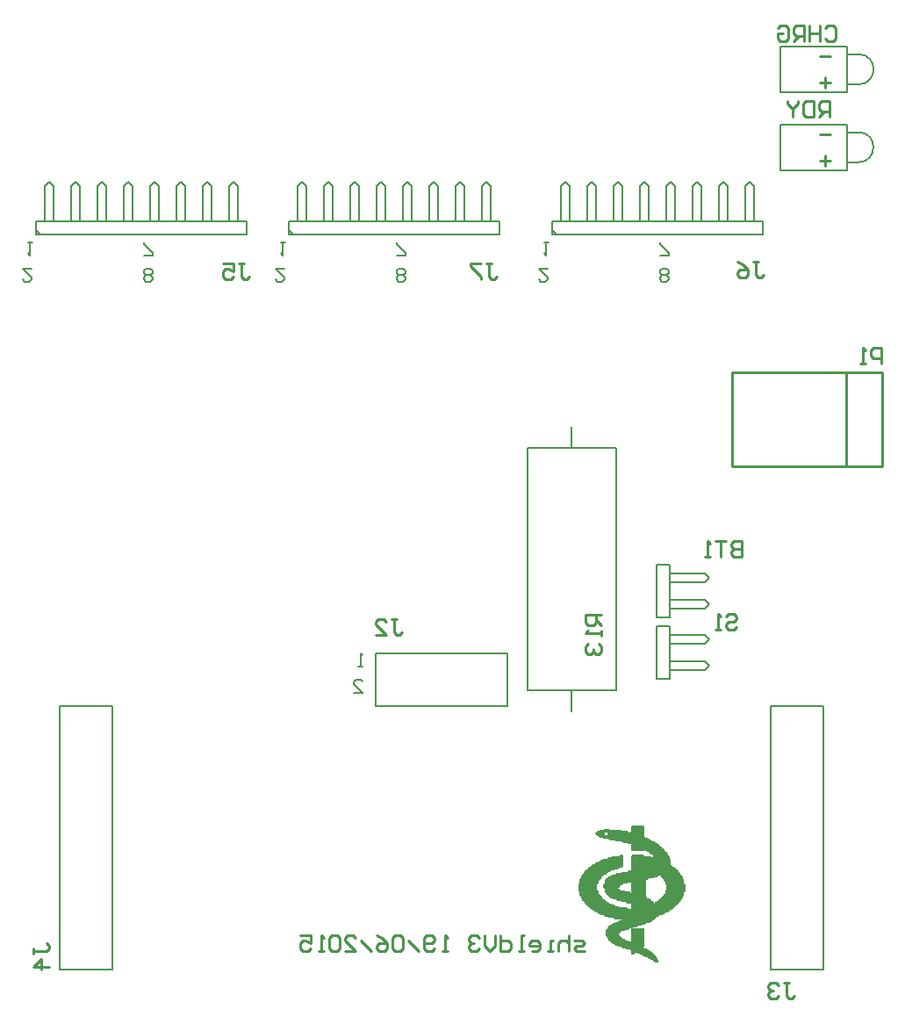
<source format=gbr>
G04 Layer_Color=32896*
%FSLAX45Y45*%
%MOMM*%
%TF.FileFunction,Legend,Bot*%
%TF.Part,Single*%
G01*
G75*
%TA.AperFunction,NonConductor*%
%ADD16C,0.25400*%
%ADD47C,0.20000*%
%ADD68C,0.12700*%
%ADD69C,0.02540*%
%ADD70C,0.20320*%
D16*
X12604999Y11074999D02*
X13705002D01*
X12604999D02*
Y11975003D01*
X13705002D01*
Y11074999D02*
Y11972940D01*
Y11975003D02*
X14054999D01*
X13705002Y11074999D02*
X14054999D01*
Y11975003D01*
X14042560Y12063100D02*
Y12215451D01*
X13966385D01*
X13940993Y12190059D01*
Y12139275D01*
X13966385Y12113884D01*
X14042560D01*
X13890208Y12063100D02*
X13839426D01*
X13864818D01*
Y12215451D01*
X13890208Y12190059D01*
X5867449Y6375433D02*
Y6426217D01*
Y6400825D01*
X5994408D01*
X6019800Y6426217D01*
Y6451608D01*
X5994408Y6477000D01*
X6019800Y6248474D02*
X5867449D01*
X5943625Y6324649D01*
Y6223082D01*
X7843332Y13031850D02*
X7894115D01*
X7868723D01*
Y12904892D01*
X7894115Y12879500D01*
X7919507D01*
X7944899Y12904892D01*
X7690981Y13031850D02*
X7792548D01*
Y12955675D01*
X7741765Y12981067D01*
X7716373D01*
X7690981Y12955675D01*
Y12904892D01*
X7716373Y12879500D01*
X7767156D01*
X7792548Y12904892D01*
X13106433Y6095951D02*
X13157217D01*
X13131825D01*
Y5968992D01*
X13157217Y5943600D01*
X13182608D01*
X13208000Y5968992D01*
X13055649Y6070559D02*
X13030257Y6095951D01*
X12979474D01*
X12954082Y6070559D01*
Y6045167D01*
X12979474Y6019775D01*
X13004866D01*
X12979474D01*
X12954082Y5994383D01*
Y5968992D01*
X12979474Y5943600D01*
X13030257D01*
X13055649Y5968992D01*
X10230932Y13031850D02*
X10281715D01*
X10256323D01*
Y12904892D01*
X10281715Y12879500D01*
X10307107D01*
X10332499Y12904892D01*
X10180148Y13031850D02*
X10078581D01*
Y13006459D01*
X10180148Y12904892D01*
Y12879500D01*
X12806831Y13048950D02*
X12857616D01*
X12832224D01*
Y12921991D01*
X12857616Y12896599D01*
X12883006D01*
X12908398Y12921991D01*
X12654481Y13048950D02*
X12705265Y13023558D01*
X12756048Y12972774D01*
Y12921991D01*
X12730657Y12896599D01*
X12679873D01*
X12654481Y12921991D01*
Y12947383D01*
X12679873Y12972774D01*
X12756048D01*
X9321833Y9601151D02*
X9372617D01*
X9347225D01*
Y9474192D01*
X9372617Y9448800D01*
X9398008D01*
X9423400Y9474192D01*
X9169482Y9448800D02*
X9271049D01*
X9169482Y9550367D01*
Y9575759D01*
X9194874Y9601151D01*
X9245657D01*
X9271049Y9575759D01*
X12700000Y10352351D02*
Y10200000D01*
X12623825D01*
X12598433Y10225392D01*
Y10250784D01*
X12623825Y10276176D01*
X12700000D01*
X12623825D01*
X12598433Y10301567D01*
Y10326959D01*
X12623825Y10352351D01*
X12700000D01*
X12547649D02*
X12446082D01*
X12496866D01*
Y10200000D01*
X12395299D02*
X12344515D01*
X12369907D01*
Y10352351D01*
X12395299Y10326959D01*
X13497536Y15295158D02*
X13522928Y15320551D01*
X13573711D01*
X13599103Y15295158D01*
Y15193591D01*
X13573711Y15168199D01*
X13522928D01*
X13497536Y15193591D01*
X13446753Y15320551D02*
Y15168199D01*
Y15244376D01*
X13345184D01*
Y15320551D01*
Y15168199D01*
X13294402D02*
Y15320551D01*
X13218227D01*
X13192834Y15295158D01*
Y15244376D01*
X13218227Y15218983D01*
X13294402D01*
X13243617D02*
X13192834Y15168199D01*
X13040485Y15295158D02*
X13065875Y15320551D01*
X13116660D01*
X13142052Y15295158D01*
Y15193591D01*
X13116660Y15168199D01*
X13065875D01*
X13040485Y15193591D01*
Y15244376D01*
X13091267D01*
X11338900Y9643699D02*
X11186550D01*
Y9567524D01*
X11211942Y9542132D01*
X11262725D01*
X11288117Y9567524D01*
Y9643699D01*
Y9592916D02*
X11338900Y9542132D01*
Y9491349D02*
Y9440565D01*
Y9465957D01*
X11186550D01*
X11211942Y9491349D01*
Y9364390D02*
X11186550Y9338998D01*
Y9288214D01*
X11211942Y9262822D01*
X11237333D01*
X11262725Y9288214D01*
Y9313606D01*
Y9288214D01*
X11288117Y9262822D01*
X11313508D01*
X11338900Y9288214D01*
Y9338998D01*
X11313508Y9364390D01*
X12548433Y9626959D02*
X12573825Y9652351D01*
X12624608D01*
X12650000Y9626959D01*
Y9601567D01*
X12624608Y9576175D01*
X12573825D01*
X12548433Y9550784D01*
Y9525392D01*
X12573825Y9500000D01*
X12624608D01*
X12650000Y9525392D01*
X12497649Y9500000D02*
X12446866D01*
X12472258D01*
Y9652351D01*
X12497649Y9626959D01*
X13539301Y14442799D02*
Y14595151D01*
X13463126D01*
X13437733Y14569759D01*
Y14518976D01*
X13463126Y14493584D01*
X13539301D01*
X13488518D02*
X13437733Y14442799D01*
X13386951Y14595151D02*
Y14442799D01*
X13310774D01*
X13285382Y14468192D01*
Y14569759D01*
X13310774Y14595151D01*
X13386951D01*
X13234599D02*
Y14569759D01*
X13183815Y14518976D01*
X13133032Y14569759D01*
Y14595151D01*
X13183815Y14518976D02*
Y14442799D01*
X11182800Y6398099D02*
X11106624D01*
X11081233Y6423491D01*
X11106624Y6448883D01*
X11157408D01*
X11182800Y6474275D01*
X11157408Y6499666D01*
X11081233D01*
X11030449Y6550450D02*
Y6398099D01*
Y6474275D01*
X11005057Y6499666D01*
X10954274D01*
X10928882Y6474275D01*
Y6398099D01*
X10878098D02*
X10827315D01*
X10852707D01*
Y6499666D01*
X10878098D01*
X10674964Y6398099D02*
X10725748D01*
X10751140Y6423491D01*
Y6474275D01*
X10725748Y6499666D01*
X10674964D01*
X10649572Y6474275D01*
Y6448883D01*
X10751140D01*
X10598789Y6398099D02*
X10548005D01*
X10573397D01*
Y6550450D01*
X10598789D01*
X10370263D02*
Y6398099D01*
X10446438D01*
X10471830Y6423491D01*
Y6474275D01*
X10446438Y6499666D01*
X10370263D01*
X10319479Y6550450D02*
Y6448883D01*
X10268696Y6398099D01*
X10217912Y6448883D01*
Y6550450D01*
X10167129Y6525058D02*
X10141737Y6550450D01*
X10090953D01*
X10065561Y6525058D01*
Y6499666D01*
X10090953Y6474275D01*
X10116345D01*
X10090953D01*
X10065561Y6448883D01*
Y6423491D01*
X10090953Y6398099D01*
X10141737D01*
X10167129Y6423491D01*
X9862427Y6398099D02*
X9811644D01*
X9837035D01*
Y6550450D01*
X9862427Y6525058D01*
X9735468Y6423491D02*
X9710076Y6398099D01*
X9659293D01*
X9633901Y6423491D01*
Y6525058D01*
X9659293Y6550450D01*
X9710076D01*
X9735468Y6525058D01*
Y6499666D01*
X9710076Y6474275D01*
X9633901D01*
X9583117Y6398099D02*
X9481550Y6499666D01*
X9430767Y6525058D02*
X9405375Y6550450D01*
X9354591D01*
X9329200Y6525058D01*
Y6423491D01*
X9354591Y6398099D01*
X9405375D01*
X9430767Y6423491D01*
Y6525058D01*
X9176849Y6550450D02*
X9227633Y6525058D01*
X9278416Y6474275D01*
Y6423491D01*
X9253024Y6398099D01*
X9202241D01*
X9176849Y6423491D01*
Y6448883D01*
X9202241Y6474275D01*
X9278416D01*
X9126065Y6398099D02*
X9024498Y6499666D01*
X8872147Y6398099D02*
X8973715D01*
X8872147Y6499666D01*
Y6525058D01*
X8897539Y6550450D01*
X8948323D01*
X8973715Y6525058D01*
X8821364D02*
X8795972Y6550450D01*
X8745189D01*
X8719797Y6525058D01*
Y6423491D01*
X8745189Y6398099D01*
X8795972D01*
X8821364Y6423491D01*
Y6525058D01*
X8669013Y6398099D02*
X8618230D01*
X8643621D01*
Y6550450D01*
X8669013Y6525058D01*
X8440487Y6550450D02*
X8542054D01*
Y6474275D01*
X8491271Y6499666D01*
X8465879D01*
X8440487Y6474275D01*
Y6423491D01*
X8465879Y6398099D01*
X8516662D01*
X8542054Y6423491D01*
X13449300Y14021526D02*
X13550867D01*
X13500082Y13970741D02*
Y14072308D01*
X13449300Y14275526D02*
X13550867D01*
X13450803Y15027025D02*
X13552370D01*
X13450803Y14773026D02*
X13552370D01*
X13501585Y14722241D02*
Y14823808D01*
D47*
X12003998Y9103670D02*
X12342666D01*
X12384998Y9146001D01*
X12342666Y9188333D02*
X12384998Y9146001D01*
X12003998Y9188333D02*
X12342666D01*
X12003998Y9357670D02*
X12342666D01*
Y9357665D02*
X12384998Y9400001D01*
X12342666Y9442333D02*
X12384998Y9400001D01*
X12003998Y9442333D02*
X12342666D01*
X11876998Y9019001D02*
Y9527001D01*
X12003998D01*
X11876998Y9019001D02*
X12003998D01*
Y9527001D01*
Y9619001D02*
Y10127001D01*
X11876998Y9619001D02*
X12003998D01*
X11876998Y10127001D02*
X12003998D01*
X11876998Y9619001D02*
Y10127001D01*
X12003998Y10042333D02*
X12342666D01*
X12384998Y10000001D01*
X12342666Y9957664D02*
X12384998Y10000001D01*
X12003998Y9957669D02*
X12342666D01*
X12003998Y9788333D02*
X12342666D01*
X12384998Y9746001D01*
X12342666Y9703669D02*
X12384998Y9746001D01*
X12003998Y9703669D02*
X12342666D01*
X10439400Y8763000D02*
Y9271000D01*
X9169400Y8763000D02*
Y9271000D01*
Y8763000D02*
X10439400D01*
X9169400Y9271000D02*
X10439400D01*
X10865896Y13311302D02*
X12897896D01*
X10865896Y13353633D02*
X10908228Y13311302D01*
X12813228Y13438303D02*
Y13776965D01*
X12770896Y13819302D02*
X12813228Y13776965D01*
X12728560D02*
X12770896Y13819302D01*
X12728560Y13438303D02*
Y13776965D01*
X12559228Y13438303D02*
Y13776965D01*
X12516896Y13819302D02*
X12559228Y13776965D01*
X12474560D02*
X12516896Y13819302D01*
X12474560Y13438303D02*
Y13776965D01*
X12305228Y13438303D02*
Y13776965D01*
X12262896Y13819302D02*
X12305228Y13776965D01*
X12220560D02*
X12262896Y13819302D01*
X12220560Y13438303D02*
Y13776965D01*
X12051228Y13438303D02*
Y13776965D01*
X12008896Y13819302D02*
X12051228Y13776965D01*
X11966560D02*
X12008896Y13819302D01*
X11966560Y13438303D02*
Y13776965D01*
X11797228Y13438303D02*
Y13776965D01*
X11754896Y13819302D02*
X11797228Y13776965D01*
X11712565D02*
X11754896Y13819302D01*
X11712565Y13438303D02*
Y13776965D01*
X11543228Y13438303D02*
Y13776965D01*
X11500896Y13819302D02*
X11543228Y13776965D01*
X11458565D02*
X11500896Y13819302D01*
X11458565Y13438303D02*
Y13776965D01*
X11289228Y13438303D02*
Y13776965D01*
X11246896Y13819302D02*
X11289228Y13776965D01*
X11204565D02*
X11246896Y13819302D01*
X11204565Y13438303D02*
Y13776965D01*
X11035228Y13438303D02*
Y13776965D01*
X10992896Y13819302D02*
X11035228Y13776965D01*
X10950565D02*
X10992896Y13819302D01*
X10950565Y13438303D02*
Y13776965D01*
X12897896Y13311302D02*
Y13438303D01*
X10865896D02*
X12897896D01*
X10865896Y13311302D02*
Y13438303D01*
X8325896Y13311302D02*
X10357896D01*
X8325896Y13353633D02*
X8368228Y13311302D01*
X10273228Y13438303D02*
Y13776965D01*
X10230896Y13819302D02*
X10273228Y13776965D01*
X10188560D02*
X10230896Y13819302D01*
X10188560Y13438303D02*
Y13776965D01*
X10019228Y13438303D02*
Y13776965D01*
X9976896Y13819302D02*
X10019228Y13776965D01*
X9934560D02*
X9976896Y13819302D01*
X9934560Y13438303D02*
Y13776965D01*
X9765228Y13438303D02*
Y13776965D01*
X9722896Y13819302D02*
X9765228Y13776965D01*
X9680560D02*
X9722896Y13819302D01*
X9680560Y13438303D02*
Y13776965D01*
X9511228Y13438303D02*
Y13776965D01*
X9468896Y13819302D02*
X9511228Y13776965D01*
X9426560D02*
X9468896Y13819302D01*
X9426560Y13438303D02*
Y13776965D01*
X9257228Y13438303D02*
Y13776965D01*
X9214896Y13819302D02*
X9257228Y13776965D01*
X9172565D02*
X9214896Y13819302D01*
X9172565Y13438303D02*
Y13776965D01*
X9003228Y13438303D02*
Y13776965D01*
X8960896Y13819302D02*
X9003228Y13776965D01*
X8918565D02*
X8960896Y13819302D01*
X8918565Y13438303D02*
Y13776965D01*
X8749228Y13438303D02*
Y13776965D01*
X8706896Y13819302D02*
X8749228Y13776965D01*
X8664565D02*
X8706896Y13819302D01*
X8664565Y13438303D02*
Y13776965D01*
X8495228Y13438303D02*
Y13776965D01*
X8452896Y13819302D02*
X8495228Y13776965D01*
X8410565D02*
X8452896Y13819302D01*
X8410565Y13438303D02*
Y13776965D01*
X10357896Y13311302D02*
Y13438303D01*
X8325896D02*
X10357896D01*
X8325896Y13311302D02*
Y13438303D01*
X5887496Y13311302D02*
X7919496D01*
X5887496Y13353633D02*
X5929828Y13311302D01*
X7834828Y13438303D02*
Y13776965D01*
X7792496Y13819302D02*
X7834828Y13776965D01*
X7750160D02*
X7792496Y13819302D01*
X7750160Y13438303D02*
Y13776965D01*
X7580828Y13438303D02*
Y13776965D01*
X7538496Y13819302D02*
X7580828Y13776965D01*
X7496160D02*
X7538496Y13819302D01*
X7496160Y13438303D02*
Y13776965D01*
X7326828Y13438303D02*
Y13776965D01*
X7284496Y13819302D02*
X7326828Y13776965D01*
X7242160D02*
X7284496Y13819302D01*
X7242160Y13438303D02*
Y13776965D01*
X7072828Y13438303D02*
Y13776965D01*
X7030496Y13819302D02*
X7072828Y13776965D01*
X6988160D02*
X7030496Y13819302D01*
X6988160Y13438303D02*
Y13776965D01*
X6818828Y13438303D02*
Y13776965D01*
X6776496Y13819302D02*
X6818828Y13776965D01*
X6734165D02*
X6776496Y13819302D01*
X6734165Y13438303D02*
Y13776965D01*
X6564828Y13438303D02*
Y13776965D01*
X6522496Y13819302D02*
X6564828Y13776965D01*
X6480165D02*
X6522496Y13819302D01*
X6480165Y13438303D02*
Y13776965D01*
X6310828Y13438303D02*
Y13776965D01*
X6268496Y13819302D02*
X6310828Y13776965D01*
X6226165D02*
X6268496Y13819302D01*
X6226165Y13438303D02*
Y13776965D01*
X6056828Y13438303D02*
Y13776965D01*
X6014496Y13819302D02*
X6056828Y13776965D01*
X5972165D02*
X6014496Y13819302D01*
X5972165Y13438303D02*
Y13776965D01*
X7919496Y13311302D02*
Y13438303D01*
X5887496D02*
X7919496D01*
X5887496Y13311302D02*
Y13438303D01*
X12979401Y8763000D02*
X13487399D01*
X12979401Y6223000D02*
Y6413500D01*
Y6223000D02*
X13487399D01*
Y6413500D01*
Y8763000D01*
X12979401Y6413500D02*
Y8763000D01*
X6121400D02*
X6629400D01*
X6121400Y6223000D02*
Y6413500D01*
Y6223000D02*
X6629400D01*
Y6413500D01*
Y8763000D01*
X6121400Y6413500D02*
Y8763000D01*
X10632002Y8910000D02*
Y11250000D01*
Y8910000D02*
X11482002D01*
Y11250000D01*
X10632002D02*
X11482002D01*
X11052002Y11259000D02*
Y11449500D01*
Y8710500D02*
Y8901000D01*
D68*
X13821500Y14003500D02*
G03*
X13821500Y14293501I0J145000D01*
G01*
X13823003Y14755000D02*
G03*
X13823003Y15045000I0J145000D01*
G01*
X13071500Y13928500D02*
Y14368501D01*
Y13928500D02*
X13711501D01*
Y14368501D01*
X13071500D02*
X13711501D01*
Y14003500D02*
X13821500D01*
X13711501Y14293501D02*
X13821500D01*
X13713004Y15045000D02*
X13823003D01*
X13713004Y14755000D02*
X13823003D01*
X13073003Y15120000D02*
X13713004D01*
Y14680000D02*
Y15120000D01*
X13073003Y14680000D02*
X13713004D01*
X13073003D02*
Y15120000D01*
D69*
X11860980Y6293278D02*
X11876220D01*
X11858440Y6295818D02*
X11881300D01*
X11858440Y6298358D02*
X11881300D01*
X11855900Y6300898D02*
X11881300D01*
X11853360Y6303438D02*
X11883840D01*
X11848280Y6305978D02*
X11881300D01*
X11845740Y6308518D02*
X11881300D01*
X11843200Y6311058D02*
X11881300D01*
X11840660Y6313598D02*
X11881300D01*
X11838120Y6316138D02*
X11878760D01*
X11822880Y6318678D02*
X11878760D01*
X11820340Y6321218D02*
X11878760D01*
X11820340Y6323758D02*
X11876220D01*
X11817800Y6326298D02*
X11876220D01*
X11855900Y7301658D02*
X11993060D01*
X11855900Y7304198D02*
X11993060D01*
X11853360Y7306738D02*
X11993060D01*
X11853360Y7309278D02*
X11993060D01*
X11850820Y7311818D02*
X11993060D01*
X11848280Y7314358D02*
X11990520D01*
X11845740Y7316898D02*
X11987980D01*
X11845740Y7319438D02*
X11982900D01*
X11843200Y7321978D02*
X11980360D01*
X11843200Y7324518D02*
X11980360D01*
X11843200Y7327058D02*
X11980360D01*
X11840660Y7329598D02*
X11980360D01*
X11838120Y7332138D02*
X11980360D01*
X11830500Y7334678D02*
X11980360D01*
X11825420Y7337218D02*
X11977820D01*
X11822880Y7339758D02*
X11977820D01*
X11820340Y7342298D02*
X11972740D01*
X11817800Y7344838D02*
X11967660D01*
X11634920Y6369478D02*
X11640000D01*
X11629840Y6372018D02*
X11645080D01*
X11627300Y6374558D02*
X11647620D01*
X11627300Y6377098D02*
X11650160D01*
X11627300Y6379638D02*
X11652700D01*
X11627300Y6382178D02*
X11660320D01*
X11627300Y6384718D02*
X11662860D01*
X11627300Y6387258D02*
X11665400D01*
X11627300Y6389798D02*
X11667940D01*
X11627300Y6392338D02*
X11673020D01*
X11627300Y6397418D02*
X11812720D01*
X11627300Y6399958D02*
X11812720D01*
X11627300Y6402498D02*
X11810180D01*
X11627300Y6405038D02*
X11797480D01*
X11627300Y6407578D02*
X11792400D01*
X11627300Y6410118D02*
X11789860D01*
X11627300Y6412658D02*
X11787320D01*
X11627300Y6415198D02*
X11784780D01*
X11622220Y6417738D02*
X11777160D01*
X11627300Y6491398D02*
X11751760D01*
X11627300Y6493938D02*
X11751760D01*
X11627300Y6496478D02*
X11751760D01*
X11627300Y6499018D02*
X11751760D01*
X11627300Y6501558D02*
X11751760D01*
X11627300Y6504098D02*
X11751760D01*
X11627300Y6506638D02*
X11751760D01*
X11627300Y6509178D02*
X11751760D01*
X11627300Y6511718D02*
X11751760D01*
X11627300Y6514258D02*
X11751760D01*
X11627300Y6516798D02*
X11751760D01*
X11627300Y6519338D02*
X11751760D01*
X11627300Y6521878D02*
X11751760D01*
X11627300Y6524418D02*
X11751760D01*
X11627300Y6526958D02*
X11751760D01*
X11627300Y6529498D02*
X11751760D01*
X11627300Y6532038D02*
X11751760D01*
X11627300Y6534578D02*
X11751760D01*
X11627300Y6537118D02*
X11751760D01*
X11627300Y6539658D02*
X11751760D01*
X11627300Y6542198D02*
X11751760D01*
X11627300Y6544738D02*
X11751760D01*
X11627300Y6547278D02*
X11751760D01*
X11627300Y6549818D02*
X11751760D01*
X11627300Y6552358D02*
X11751760D01*
X11627300Y6554898D02*
X11751760D01*
X11627300Y6557438D02*
X11751760D01*
X11627300Y6562518D02*
X11751760D01*
X11627300Y6565058D02*
X11751760D01*
X11627300Y6567598D02*
X11751760D01*
X11627300Y6570138D02*
X11751760D01*
X11627300Y6572678D02*
X11751760D01*
X11627300Y6575218D02*
X11751760D01*
X11627300Y6577758D02*
X11751760D01*
X11627300Y6580298D02*
X11751760D01*
X11627300Y6582838D02*
X11751760D01*
X11627300Y6585378D02*
X11751760D01*
X11627300Y6587918D02*
X11751760D01*
X11627300Y6590458D02*
X11751760D01*
X11627300Y6592998D02*
X11751760D01*
X11627300Y6595538D02*
X11751760D01*
X11627300Y6598078D02*
X11751760D01*
X11627300Y6600618D02*
X11751760D01*
X11627300Y6603158D02*
X11751760D01*
X11627300Y6605698D02*
X11751760D01*
X11627300Y6608238D02*
X11751760D01*
X11627300Y6610778D02*
X11751760D01*
X11629840Y6613318D02*
X11751760D01*
X11629840Y6615858D02*
X11749220D01*
X11632380Y6618398D02*
X11746680D01*
X11632380Y6963838D02*
X11767000D01*
X11634920Y6968918D02*
X11767000D01*
X11634920Y6971458D02*
X11767000D01*
X11632380Y6973998D02*
X11767000D01*
X11632380Y6976538D02*
X11767000D01*
X11629840Y6979078D02*
X11767000D01*
X11629840Y6981618D02*
X11767000D01*
X11629840Y6984158D02*
X11767000D01*
X11629840Y6986698D02*
X11767000D01*
X11629840Y6989238D02*
X11767000D01*
X11629840Y6991778D02*
X11767000D01*
X11629840Y6994318D02*
X11767000D01*
X11629840Y6996858D02*
X11767000D01*
X11629840Y6999398D02*
X11767000D01*
X11629840Y7001938D02*
X11767000D01*
X11629840Y7004478D02*
X11767000D01*
X11629840Y7007018D02*
X11767000D01*
X11629840Y7009558D02*
X11767000D01*
X11629840Y7012098D02*
X11767000D01*
X11629840Y7014638D02*
X11769540D01*
X11629840Y7017178D02*
X11769540D01*
X11629840Y7019718D02*
X11769540D01*
X11629840Y7022258D02*
X11769540D01*
X11629840Y7024798D02*
X11769540D01*
X11629840Y7027338D02*
X11769540D01*
X11629840Y7029878D02*
X11769540D01*
X11629840Y7032418D02*
X11769540D01*
X11629840Y7034958D02*
X11769540D01*
X11632380Y7037498D02*
X11769540D01*
X11632380Y7040038D02*
X11769540D01*
X11632380Y7042578D02*
X11767000D01*
X11632380Y7045118D02*
X11767000D01*
X11632380Y7047658D02*
X11767000D01*
X11632380Y7050198D02*
X11767000D01*
X11632380Y7052738D02*
X11767000D01*
X11632380Y7055278D02*
X11767000D01*
X11632380Y7057818D02*
X11767000D01*
X11632380Y7060358D02*
X11767000D01*
X11632380Y7062898D02*
X11767000D01*
X11629840Y7065438D02*
X11767000D01*
X11632380Y7309278D02*
X11812720D01*
X11632380Y7311818D02*
X11810180D01*
X11632380Y7314358D02*
X11807640D01*
X11632380Y7316898D02*
X11802560D01*
X11634920Y7319438D02*
X11751760D01*
X11634920Y7321978D02*
X11749220D01*
X11637460Y7324518D02*
X11744140D01*
X11637460Y7327058D02*
X11741600D01*
X11642540Y7329598D02*
X11736520D01*
X11640000Y7370238D02*
X11741600D01*
X11629840Y7375318D02*
X11749220D01*
X11627300Y7377858D02*
X11749220D01*
X11627300Y7380398D02*
X11751760D01*
X11627300Y7382938D02*
X11754300D01*
X11624760Y7548038D02*
X11751760D01*
X11627300Y7550578D02*
X11751760D01*
X11627300Y7553118D02*
X11751760D01*
X11627300Y7555658D02*
X11751760D01*
X11627300Y7558198D02*
X11751760D01*
X11627300Y7560738D02*
X11751760D01*
X11627300Y7563278D02*
X11751760D01*
X11627300Y7565818D02*
X11751760D01*
X11627300Y7568358D02*
X11751760D01*
X11627300Y7570898D02*
X11751760D01*
X11627300Y7573438D02*
X11751760D01*
X11627300Y7578518D02*
X11751760D01*
X11627300Y7581058D02*
X11751760D01*
X11627300Y7583598D02*
X11751760D01*
X11627300Y7586138D02*
X11751760D01*
X11627300Y7588678D02*
X11751760D01*
X11627300Y7591218D02*
X11751760D01*
X11627300Y7593758D02*
X11751760D01*
X11629840Y7596298D02*
X11751760D01*
X11629840Y7598838D02*
X11749220D01*
X11632380Y7601378D02*
X11749220D01*
X11634920Y7603918D02*
X11746680D01*
X11637460Y7606458D02*
X11744140D01*
X11645080Y7608998D02*
X11736520D01*
X11434260Y6493938D02*
X11601900D01*
X11429180Y6496478D02*
X11599360D01*
X11424100Y6499018D02*
X11599360D01*
X11424100Y6501558D02*
X11596820D01*
X11421560Y6504098D02*
X11594280D01*
X11419020Y6506638D02*
X11573960D01*
X11416480Y6509178D02*
X11571420D01*
X11413940Y6511718D02*
X11566340D01*
X11413940Y6514258D02*
X11566340D01*
X11411400Y6516798D02*
X11561260D01*
X11411400Y7304198D02*
X11548560D01*
X11441880Y7306738D02*
X11548560D01*
X11446960Y7309278D02*
X11548560D01*
X11449500Y7311818D02*
X11548560D01*
X11452040Y7314358D02*
X11548560D01*
X11457120Y7316898D02*
X11546020D01*
X11513000Y7319438D02*
X11546020D01*
X11515540Y7321978D02*
X11543480D01*
X11520620Y7324518D02*
X11538400D01*
X11525700Y7327058D02*
X11533320D01*
X11304720Y7512478D02*
X11380920D01*
X11299640Y7515018D02*
X11378380D01*
X11299640Y7517558D02*
X11375840D01*
X11297100Y7520098D02*
X11373300D01*
X11297100Y7522638D02*
X11370760D01*
X11294560Y7525178D02*
X11370760D01*
X11289480Y7527718D02*
X11368220D01*
X11289480Y7530258D02*
X11368220D01*
X11286940Y7532798D02*
X11368220D01*
X11286940Y7535338D02*
X11368220D01*
X11286940Y7537878D02*
X11368220D01*
X11289480Y7540418D02*
X11368220D01*
X11289480Y7542958D02*
X11368220D01*
X11294560Y7545498D02*
X11370760D01*
X11297100Y7548038D02*
X11373300D01*
X11383460Y7578518D02*
X11396160D01*
X11627300Y6559978D02*
X11751760D01*
X11634920Y6966378D02*
X11767000D01*
X11632380Y7372778D02*
X11746680D01*
X11627300Y7575978D02*
X11751760D01*
X11378380D02*
X11403780D01*
X11815260Y6328838D02*
X11873680D01*
X11800020Y6331378D02*
X11871140D01*
X11797480Y6333918D02*
X11868600D01*
X11794940Y6336458D02*
X11868600D01*
X11792400Y6338998D02*
X11866060D01*
X11789860Y6341538D02*
X11866060D01*
X11774620Y6344078D02*
X11866060D01*
X11772080Y6346618D02*
X11866060D01*
X11769540Y6349158D02*
X11863520D01*
X11767000Y6351698D02*
X11860980D01*
X11764460Y6354238D02*
X11855900D01*
X11744140Y6359318D02*
X11850820D01*
X11741600Y6361858D02*
X11850820D01*
X11741600Y6364398D02*
X11848280D01*
X11736520Y6366938D02*
X11843200D01*
X11718740Y6369478D02*
X11840660D01*
X11716200Y6372018D02*
X11838120D01*
X11713660Y6374558D02*
X11838120D01*
X11711120Y6377098D02*
X11835580D01*
X11703500Y6379638D02*
X11830500D01*
X11688260Y6382178D02*
X11827960D01*
X11685720Y6384718D02*
X11825420D01*
X11683180Y6387258D02*
X11825420D01*
X11680640Y6389798D02*
X11822880D01*
X11678100Y6392338D02*
X11817800D01*
X11627300Y6394878D02*
X11815260D01*
X11589200Y6420278D02*
X11774620D01*
X11584120Y6422818D02*
X11774620D01*
X11581580Y6425358D02*
X11772080D01*
X11579040Y6427898D02*
X11767000D01*
X11576500Y6430438D02*
X11751760D01*
X11548560Y6432978D02*
X11749220D01*
X11543480Y6435518D02*
X11746680D01*
X11543480Y6438058D02*
X11741600D01*
X11540940Y6440598D02*
X11741600D01*
X11535860Y6443138D02*
X11741600D01*
X11507920Y6445678D02*
X11746680D01*
X11502840Y6448218D02*
X11749220D01*
X11502840Y6450758D02*
X11751760D01*
X11500300Y6453298D02*
X11751760D01*
X11497760Y6455838D02*
X11751760D01*
X11479980Y6458378D02*
X11751760D01*
X11477440Y6460918D02*
X11751760D01*
X11474900Y6463458D02*
X11751760D01*
X11474900Y6465998D02*
X11751760D01*
X11469820Y6468538D02*
X11751760D01*
X11454580Y6471078D02*
X11751760D01*
X11452040Y6473618D02*
X11751760D01*
X11452040Y6476158D02*
X11751760D01*
X11449500Y6478698D02*
X11751760D01*
X11446960Y6481238D02*
X11751760D01*
X11441880Y6483778D02*
X11751760D01*
X11439340Y6486318D02*
X11751760D01*
X11436800Y6488858D02*
X11751760D01*
X11436800Y6491398D02*
X11619680D01*
X11408860Y6519338D02*
X11546020D01*
X11403780Y6521878D02*
X11540940D01*
X11401240Y6524418D02*
X11538400D01*
X11398700Y6526958D02*
X11535860D01*
X11398700Y6529498D02*
X11533320D01*
X11398700Y6532038D02*
X11525700D01*
X11398700Y6534578D02*
X11523160D01*
X11398700Y6537118D02*
X11520620D01*
X11398700Y6539658D02*
X11520620D01*
X11398700Y6542198D02*
X11518080D01*
X11396160Y6544738D02*
X11513000D01*
X11391080Y6547278D02*
X11510460D01*
X11388540Y6549818D02*
X11507920D01*
X11386000Y6552358D02*
X11507920D01*
X11386000Y6554898D02*
X11505380D01*
X11386000Y6557438D02*
X11502840D01*
X11386000Y6562518D02*
X11497760D01*
X11386000Y6565058D02*
X11497760D01*
X11386000Y6567598D02*
X11497760D01*
X11386000Y6570138D02*
X11500300D01*
X11386000Y6572678D02*
X11505380D01*
X11386000Y6575218D02*
X11507920D01*
X11386000Y6577758D02*
X11507920D01*
X11386000Y6580298D02*
X11510460D01*
X11386000Y6582838D02*
X11513000D01*
X11386000Y6585378D02*
X11518080D01*
X11386000Y6587918D02*
X11523160D01*
X11386000Y6590458D02*
X11523160D01*
X11386000Y6592998D02*
X11525700D01*
X11386000Y6595538D02*
X11530780D01*
X11386000Y6598078D02*
X11553640D01*
X11386000Y6600618D02*
X11558720D01*
X11388540Y6603158D02*
X11558720D01*
X11391080Y6605698D02*
X11561260D01*
X11396160Y6608238D02*
X11563800D01*
X11398700Y6610778D02*
X11594280D01*
X11398700Y6613318D02*
X11596820D01*
X11398700Y6615858D02*
X11599360D01*
X11398700Y6618398D02*
X11601900D01*
X11398700Y6620938D02*
X11604440D01*
X11398700Y6623478D02*
X11632380D01*
X11398700Y6626018D02*
X11634920D01*
X11401240Y6628558D02*
X11637460D01*
X11403780Y6631098D02*
X11640000D01*
X11408860Y6633638D02*
X11645080D01*
X11411400Y6636178D02*
X11673020D01*
X11413940Y6638718D02*
X11675560D01*
X11413940Y6641258D02*
X11678100D01*
X11416480Y6643798D02*
X11680640D01*
X11421560Y6646338D02*
X11685720D01*
X11424100Y6648878D02*
X11711120D01*
X11426640Y6651418D02*
X11716200D01*
X11429180Y6653958D02*
X11718740D01*
X11431720Y6656498D02*
X11721280D01*
X11446960Y6659038D02*
X11726360D01*
X11449500Y6661578D02*
X11751760D01*
X11452040Y6664118D02*
X11756840D01*
X11452040Y6666658D02*
X11756840D01*
X11454580Y6669198D02*
X11761920D01*
X11472360Y6671738D02*
X11764460D01*
X11474900Y6674278D02*
X11792400D01*
X11477440Y6676818D02*
X11794940D01*
X11477440Y6679358D02*
X11797480D01*
X11479980Y6681898D02*
X11800020D01*
X11500300Y6684438D02*
X11802560D01*
X11505380Y6686978D02*
X11817800D01*
X11507920Y6689518D02*
X11822880D01*
X11510460Y6692058D02*
X11822880D01*
X11515540Y6694598D02*
X11825420D01*
X11540940Y6697138D02*
X11827960D01*
X11546020Y6699678D02*
X11835580D01*
X11546020Y6702218D02*
X11838120D01*
X11546020Y6704758D02*
X11840660D01*
X11540940Y6707298D02*
X11840660D01*
X11528240Y6709838D02*
X11843200D01*
X11474900Y6712378D02*
X11848280D01*
X11469820Y6714918D02*
X11850820D01*
X11469820Y6717458D02*
X11853360D01*
X11464740Y6719998D02*
X11853360D01*
X11462200Y6722538D02*
X11855900D01*
X11419020Y6725078D02*
X11860980D01*
X11416480Y6727618D02*
X11863520D01*
X11413940Y6730158D02*
X11863520D01*
X11413940Y6732698D02*
X11866060D01*
X11408860Y6735238D02*
X11868600D01*
X11380920Y6737778D02*
X11876220D01*
X11378380Y6740318D02*
X11881300D01*
X11375840Y6742858D02*
X11881300D01*
X11375840Y6745398D02*
X11883840D01*
X11370760Y6747938D02*
X11888920D01*
X11347900Y6750478D02*
X11914320D01*
X11342820Y6753018D02*
X11919400D01*
X11340280Y6755558D02*
X11921940D01*
X11337740Y6758098D02*
X11924480D01*
X11335200Y6760638D02*
X11929560D01*
X11319960Y6765718D02*
X11947340D01*
X11317420Y6768258D02*
X11947340D01*
X11314880Y6770798D02*
X11952420D01*
X11309800Y6773338D02*
X11954960D01*
X11627300Y6811438D02*
X12021000D01*
X11629840Y6813978D02*
X12026080D01*
X11629840Y6816518D02*
X12028620D01*
X11629840Y6819058D02*
X12028620D01*
X11629840Y6821598D02*
X12031160D01*
X11629840Y6824138D02*
X12033700D01*
X11627300Y6826678D02*
X12038780D01*
X11627300Y6829218D02*
X12041320D01*
X11627300Y6831758D02*
X12043860D01*
X11627300Y6834298D02*
X12046400D01*
X11627300Y6836838D02*
X12048940D01*
X11629840Y6839378D02*
X12054020D01*
X11629840Y6841918D02*
X12056560D01*
X11629840Y6844458D02*
X12059100D01*
X11629840Y6846998D02*
X12061640D01*
X11632380Y6849538D02*
X12064180D01*
X11632380Y6852078D02*
X12069260D01*
X11632380Y6854618D02*
X12071800D01*
X11632380Y6857158D02*
X12074340D01*
X11629840Y6859698D02*
X11848280D01*
X11855900D02*
X12076880D01*
X11627300Y6862238D02*
X11845740D01*
X11855900D02*
X12079420D01*
X11591740Y6864778D02*
X11843200D01*
X11855900D02*
X12079420D01*
X11586660Y6867318D02*
X11840660D01*
X11855900D02*
X12081960D01*
X11584120Y6869858D02*
X11840660D01*
X11858440D02*
X12081960D01*
X11581580Y6872398D02*
X11838120D01*
X11860980D02*
X12084500D01*
X11576500Y6874938D02*
X11835580D01*
X11868600D02*
X12087040D01*
X11543480Y6877478D02*
X11833040D01*
X11873680D02*
X12089580D01*
X11538400Y6880018D02*
X11830500D01*
X11876220D02*
X12092120D01*
X11538400Y6882558D02*
X11827960D01*
X11878760D02*
X12092120D01*
X11535860Y6885098D02*
X11825420D01*
X11883840D02*
X12094660D01*
X11530780Y6887638D02*
X11817800D01*
X11891460D02*
X12097200D01*
X11497760Y6890178D02*
X11815260D01*
X11894000D02*
X12102280D01*
X11495220Y6892718D02*
X11812720D01*
X11896540D02*
X12104820D01*
X11492680Y6895258D02*
X11812720D01*
X11896540D02*
X12107360D01*
X11490140Y6897798D02*
X11810180D01*
X11899080D02*
X12107360D01*
X11485060Y6900338D02*
X11802560D01*
X11906700D02*
X12107360D01*
X11462200Y6902878D02*
X11802560D01*
X11911780D02*
X12109900D01*
X11459660Y6905418D02*
X11800020D01*
X11914320D02*
X12109900D01*
X11457120Y6907958D02*
X11797480D01*
X11916860D02*
X12112440D01*
X11454580Y6910498D02*
X11794940D01*
X11919400D02*
X12114980D01*
X11449500Y6913038D02*
X11777160D01*
X11919400D02*
X12117520D01*
X11431720Y6915578D02*
X11774620D01*
X11921940D02*
X12117520D01*
X11429180Y6918118D02*
X11774620D01*
X11426640Y6920658D02*
X11772080D01*
X11426640Y6923198D02*
X11767000D01*
X11421560Y6925738D02*
X11764460D01*
X11416480Y6928278D02*
X11761920D01*
X11413940Y6930818D02*
X11761920D01*
X11413940Y6933358D02*
X11764460D01*
X11411400Y6935898D02*
X11764460D01*
X11408860Y6938438D02*
X11767000D01*
X11403780Y6940978D02*
X11767000D01*
X11401240Y6943518D02*
X11767000D01*
X11401240Y6946058D02*
X11767000D01*
X11398700Y6948598D02*
X11767000D01*
X11396160Y6951138D02*
X11767000D01*
X11391080Y6953678D02*
X11767000D01*
X11388540Y6956218D02*
X11767000D01*
X11386000Y6958758D02*
X11767000D01*
X11386000Y6961298D02*
X11767000D01*
X11386000Y6963838D02*
X11617140D01*
X11383460Y6968918D02*
X11609520D01*
X11380920Y6971458D02*
X11609520D01*
X11378380Y6973998D02*
X11604440D01*
X11375840Y6976538D02*
X11571420D01*
X11375840Y6979078D02*
X11566340D01*
X11373300Y6981618D02*
X11563800D01*
X11373300Y6984158D02*
X11561260D01*
X11373300Y6986698D02*
X11558720D01*
X11373300Y6989238D02*
X11523160D01*
X11373300Y6991778D02*
X11520620D01*
X11373300Y6994318D02*
X11518080D01*
X11373300Y6996858D02*
X11515540D01*
X11373300Y6999398D02*
X11513000D01*
X11373300Y7001938D02*
X11500300D01*
X11373300Y7004478D02*
X11497760D01*
X11373300Y7007018D02*
X11495220D01*
X11370760Y7009558D02*
X11495220D01*
X11370760Y7012098D02*
X11497760D01*
X11368220Y7014638D02*
X11500300D01*
X11368220Y7017178D02*
X11505380D01*
X11363140Y7019718D02*
X11507920D01*
X11363140Y7022258D02*
X11507920D01*
X11363140Y7024798D02*
X11510460D01*
X11360600Y7027338D02*
X11510460D01*
X11360600Y7029878D02*
X11513000D01*
X11363140Y7032418D02*
X11513000D01*
X11363140Y7034958D02*
X11515540D01*
X11363140Y7037498D02*
X11518080D01*
X11363140Y7040038D02*
X11523160D01*
X11365680Y7042578D02*
X11530780D01*
X11368220Y7045118D02*
X11535860D01*
X11370760Y7047658D02*
X11535860D01*
X11370760Y7050198D02*
X11538400D01*
X11373300Y7052738D02*
X11543480D01*
X11373300Y7055278D02*
X11576500D01*
X11373300Y7057818D02*
X11579040D01*
X11373300Y7060358D02*
X11581580D01*
X11373300Y7062898D02*
X11586660D01*
X11373300Y7065438D02*
X11591740D01*
X11373300Y7067978D02*
X11767000D01*
X11373300Y7070518D02*
X11767000D01*
X11373300Y7073058D02*
X11767000D01*
X11373300Y7075598D02*
X11767000D01*
X11373300Y7078138D02*
X11767000D01*
X11373300Y7080678D02*
X11767000D01*
X11373300Y7083218D02*
X11767000D01*
X11375840Y7085758D02*
X11767000D01*
X11378380Y7088298D02*
X11767000D01*
X11383460Y7090838D02*
X11767000D01*
X11386000Y7093378D02*
X11769540D01*
X11388540Y7095918D02*
X11782240D01*
X11388540Y7098458D02*
X11784780D01*
X11391080Y7100998D02*
X11787320D01*
X11396160Y7103538D02*
X11789860D01*
X11398700Y7106078D02*
X11827960D01*
X11401240Y7108618D02*
X11833040D01*
X11401240Y7111158D02*
X11835580D01*
X11403780Y7113698D02*
X11838120D01*
X11929560D02*
X12117520D01*
X11413940Y7116238D02*
X11840660D01*
X11927020D02*
X12117520D01*
X11419020Y7118778D02*
X11871140D01*
X11924480D02*
X12117520D01*
X11421560Y7121318D02*
X11873680D01*
X11921940D02*
X12114980D01*
X11424100Y7123858D02*
X11876220D01*
X11919400D02*
X12112440D01*
X11426640Y7126398D02*
X11876220D01*
X11919400D02*
X12109900D01*
X11439340Y7128938D02*
X11881300D01*
X11919400D02*
X12107360D01*
X11444420Y7131478D02*
X11906700D01*
X11916860D02*
X12107360D01*
X11446960Y7134018D02*
X11911780D01*
X11916860D02*
X12104820D01*
X11449500Y7136558D02*
X12104820D01*
X11452040Y7139098D02*
X12102280D01*
X11474900Y7141638D02*
X12097200D01*
X11479980Y7144178D02*
X12097200D01*
X11482520Y7146718D02*
X12094660D01*
X11485060Y7149258D02*
X12092120D01*
X11487600Y7151798D02*
X12092120D01*
X11528240Y7154338D02*
X12089580D01*
X11533320Y7156878D02*
X12089580D01*
X11535860Y7159418D02*
X12087040D01*
X11538400Y7161958D02*
X12084500D01*
X11543480Y7164498D02*
X12081960D01*
X11596820Y7167038D02*
X12081960D01*
X11604440Y7172118D02*
X12079420D01*
X11606980Y7174658D02*
X12076880D01*
X11612060Y7177198D02*
X12071800D01*
X11629840Y7179738D02*
X12069260D01*
X11632380Y7182278D02*
X12069260D01*
X11634920Y7184818D02*
X12066720D01*
X11634920Y7187358D02*
X12066720D01*
X11632380Y7189898D02*
X12064180D01*
X11632380Y7192438D02*
X12056560D01*
X11632380Y7194978D02*
X12056560D01*
X11632380Y7197518D02*
X12054020D01*
X11632380Y7200058D02*
X12051480D01*
X11632380Y7202598D02*
X12048940D01*
X11629840Y7205138D02*
X12038780D01*
X11629840Y7207678D02*
X12036240D01*
X11629840Y7210218D02*
X12033700D01*
X11627300Y7212758D02*
X12031160D01*
X11627300Y7215298D02*
X12026080D01*
X11627300Y7217838D02*
X12018460D01*
X11627300Y7220378D02*
X12015920D01*
X11627300Y7222918D02*
X12013380D01*
X11627300Y7225458D02*
X12013380D01*
X11627300Y7227998D02*
X12008300D01*
X11629840Y7230538D02*
X12005760D01*
X11629840Y7233078D02*
X12005760D01*
X11629840Y7235618D02*
X12005760D01*
X11629840Y7238158D02*
X12005760D01*
X11629840Y7240698D02*
X12005760D01*
X11629840Y7243238D02*
X12005760D01*
X11629840Y7245778D02*
X12005760D01*
X11629840Y7248318D02*
X12005760D01*
X11629840Y7250858D02*
X12005760D01*
X11629840Y7253398D02*
X12005760D01*
X11629840Y7255938D02*
X12005760D01*
X11629840Y7258478D02*
X12005760D01*
X11309800Y7261018D02*
X11548560D01*
X11629840D02*
X12005760D01*
X11312340Y7263558D02*
X11548560D01*
X11629840D02*
X12005760D01*
X11314880Y7266098D02*
X11548560D01*
X11629840D02*
X12005760D01*
X11332660Y7268638D02*
X11548560D01*
X11629840D02*
X12005760D01*
X11335200Y7271178D02*
X11548560D01*
X11629840D02*
X12005760D01*
X11337740Y7273718D02*
X11548560D01*
X11629840D02*
X12005760D01*
X11337740Y7276258D02*
X11548560D01*
X11629840D02*
X12005760D01*
X11340280Y7278798D02*
X11548560D01*
X11629840D02*
X12005760D01*
X11360600Y7281338D02*
X11548560D01*
X11629840D02*
X12005760D01*
X11363140Y7283878D02*
X11548560D01*
X11629840D02*
X12003220D01*
X11365680Y7286418D02*
X11548560D01*
X11629840D02*
X12003220D01*
X11365680Y7288958D02*
X11548560D01*
X11629840D02*
X12000680D01*
X11370760Y7291498D02*
X11548560D01*
X11629840D02*
X11995600D01*
X11398700Y7294038D02*
X11548560D01*
X11629840D02*
X11993060D01*
X11401240Y7296578D02*
X11548560D01*
X11629840D02*
X11993060D01*
X11406320Y7299118D02*
X11548560D01*
X11629840D02*
X11993060D01*
X11406320Y7301658D02*
X11548560D01*
X11629840D02*
X11853360D01*
X11629840Y7304198D02*
X11850820D01*
X11629840Y7306738D02*
X11815260D01*
X11810180Y7347378D02*
X11967660D01*
X11807640Y7349918D02*
X11965120D01*
X11807640Y7352458D02*
X11965120D01*
X11805100Y7354998D02*
X11962580D01*
X11802560Y7357538D02*
X11957500D01*
X11792400Y7360078D02*
X11954960D01*
X11789860Y7362618D02*
X11952420D01*
X11787320Y7365158D02*
X11952420D01*
X11784780Y7367698D02*
X11949880D01*
X11779700Y7370238D02*
X11944800D01*
X11767000Y7375318D02*
X11939720D01*
X11764460Y7377858D02*
X11939720D01*
X11764460Y7380398D02*
X11937180D01*
X11761920Y7382938D02*
X11934640D01*
X11627300Y7385478D02*
X11932100D01*
X11627300Y7388018D02*
X11929560D01*
X11627300Y7390558D02*
X11927020D01*
X11627300Y7393098D02*
X11924480D01*
X11627300Y7395638D02*
X11919400D01*
X11627300Y7398178D02*
X11916860D01*
X11627300Y7400718D02*
X11914320D01*
X11627300Y7403258D02*
X11914320D01*
X11627300Y7405798D02*
X11911780D01*
X11627300Y7408338D02*
X11906700D01*
X11627300Y7410878D02*
X11904160D01*
X11627300Y7413418D02*
X11901620D01*
X11627300Y7415958D02*
X11901620D01*
X11627300Y7418498D02*
X11899080D01*
X11627300Y7421038D02*
X11894000D01*
X11627300Y7423578D02*
X11891460D01*
X11629840Y7426118D02*
X11888920D01*
X11632380Y7428658D02*
X11888920D01*
X11634920Y7431198D02*
X11886380D01*
X11632380Y7433738D02*
X11878760D01*
X11604440Y7436278D02*
X11873680D01*
X11601900Y7438818D02*
X11871140D01*
X11599360Y7441358D02*
X11868600D01*
X11596820Y7443898D02*
X11863520D01*
X11589200Y7446438D02*
X11855900D01*
X11556180Y7448978D02*
X11853360D01*
X11551100Y7451518D02*
X11850820D01*
X11548560Y7454058D02*
X11850820D01*
X11546020Y7456598D02*
X11848280D01*
X11540940Y7459138D02*
X11830500D01*
X11490140Y7461678D02*
X11827960D01*
X11487600Y7464218D02*
X11825420D01*
X11485060Y7466758D02*
X11825420D01*
X11479980Y7469298D02*
X11822880D01*
X11474900Y7471838D02*
X11807640D01*
X11429180Y7474378D02*
X11805100D01*
X11426640Y7476918D02*
X11802560D01*
X11424100Y7479458D02*
X11800020D01*
X11419020Y7481998D02*
X11797480D01*
X11413940Y7484538D02*
X11784780D01*
X11370760Y7487078D02*
X11779700D01*
X11368220Y7489618D02*
X11777160D01*
X11365680Y7492158D02*
X11777160D01*
X11363140Y7494698D02*
X11772080D01*
X11358060Y7497238D02*
X11756840D01*
X11332660Y7499778D02*
X11754300D01*
X11327580Y7502318D02*
X11751760D01*
X11327580Y7504858D02*
X11751760D01*
X11325040Y7507398D02*
X11751760D01*
X11319960Y7509938D02*
X11751760D01*
X11388540Y7512478D02*
X11751760D01*
X11391080Y7515018D02*
X11751760D01*
X11393620Y7517558D02*
X11751760D01*
X11396160Y7520098D02*
X11751760D01*
X11398700Y7522638D02*
X11751760D01*
X11398700Y7525178D02*
X11751760D01*
X11398700Y7527718D02*
X11751760D01*
X11401240Y7530258D02*
X11751760D01*
X11401240Y7532798D02*
X11751760D01*
X11401240Y7535338D02*
X11751760D01*
X11401240Y7537878D02*
X11751760D01*
X11401240Y7540418D02*
X11751760D01*
X11401240Y7542958D02*
X11751760D01*
X11398700Y7545498D02*
X11751760D01*
X11396160Y7548038D02*
X11599360D01*
X11319960Y7560738D02*
X11530780D01*
X11322500Y7563278D02*
X11525700D01*
X11325040Y7565818D02*
X11520620D01*
X11327580Y7568358D02*
X11518080D01*
X11330120Y7570898D02*
X11513000D01*
X11370760Y7573438D02*
X11411400D01*
X11132000Y6973998D02*
X11304720D01*
X11132000Y6976538D02*
X11304720D01*
X11129460Y6979078D02*
X11304720D01*
X11129460Y6981618D02*
X11302180D01*
X11126920Y6984158D02*
X11299640D01*
X11124380Y6986698D02*
X11297100D01*
X11121840Y6989238D02*
X11294560D01*
X11121840Y6991778D02*
X11294560D01*
X11121840Y6994318D02*
X11294560D01*
X11119300Y6996858D02*
X11294560D01*
X11119300Y6999398D02*
X11294560D01*
X11119300Y7001938D02*
X11294560D01*
X11119300Y7004478D02*
X11294560D01*
X11119300Y7007018D02*
X11294560D01*
X11119300Y7009558D02*
X11294560D01*
X11119300Y7012098D02*
X11294560D01*
X11119300Y7014638D02*
X11294560D01*
X11119300Y7017178D02*
X11294560D01*
X11119300Y7019718D02*
X11294560D01*
X11119300Y7022258D02*
X11294560D01*
X11119300Y7024798D02*
X11294560D01*
X11119300Y7027338D02*
X11294560D01*
X11119300Y7029878D02*
X11294560D01*
X11119300Y7032418D02*
X11294560D01*
X11119300Y7034958D02*
X11294560D01*
X11119300Y7037498D02*
X11294560D01*
X11119300Y7040038D02*
X11294560D01*
X11121840Y7042578D02*
X11294560D01*
X11121840Y7045118D02*
X11294560D01*
X11124380Y7047658D02*
X11294560D01*
X11126920Y7050198D02*
X11297100D01*
X11126920Y7052738D02*
X11299640D01*
X11129460Y7055278D02*
X11302180D01*
X11129460Y7057818D02*
X11304720D01*
X11746680Y6356778D02*
X11853360D01*
X11386000Y6559978D02*
X11500300D01*
X11322500Y6763178D02*
X11942260D01*
X11383460Y6966378D02*
X11612060D01*
X11601900Y7169578D02*
X12079420D01*
X11769540Y7372778D02*
X11942260D01*
X11297100Y6775878D02*
X11970200D01*
X11294560Y6778418D02*
X11972740D01*
X11292020Y6780958D02*
X11975280D01*
X11289480Y6783498D02*
X11977820D01*
X11284400Y6786038D02*
X11980360D01*
X11276780Y6788578D02*
X11987980D01*
X11274240Y6791118D02*
X11990520D01*
X11271700Y6793658D02*
X11990520D01*
X11269160Y6796198D02*
X11993060D01*
X11264080Y6798738D02*
X11995600D01*
X11253920Y6801278D02*
X12010840D01*
X11251380Y6803818D02*
X12013380D01*
X11248840Y6806358D02*
X12015920D01*
X11246300Y6808898D02*
X12018460D01*
X11243760Y6811438D02*
X11596820D01*
X11238680Y6813978D02*
X11589200D01*
X11236140Y6816518D02*
X11581580D01*
X11236140Y6819058D02*
X11576500D01*
X11233600Y6821598D02*
X11563800D01*
X11231060Y6824138D02*
X11510460D01*
X11223440Y6826678D02*
X11505380D01*
X11220900Y6829218D02*
X11502840D01*
X11218360Y6831758D02*
X11500300D01*
X11215820Y6834298D02*
X11495220D01*
X11213280Y6836838D02*
X11469820D01*
X11208200Y6839378D02*
X11464740D01*
X11205660Y6841918D02*
X11462200D01*
X11203120Y6844458D02*
X11459660D01*
X11200580Y6846998D02*
X11457120D01*
X11198040Y6849538D02*
X11436800D01*
X11198040Y6852078D02*
X11434260D01*
X11195500Y6854618D02*
X11431720D01*
X11195500Y6857158D02*
X11429180D01*
X11192960Y6859698D02*
X11426640D01*
X11190420Y6862238D02*
X11411400D01*
X11187880Y6864778D02*
X11408860D01*
X11185340Y6867318D02*
X11406320D01*
X11185340Y6869858D02*
X11403780D01*
X11182800Y6872398D02*
X11401240D01*
X11180260Y6874938D02*
X11386000D01*
X11175180Y6877478D02*
X11383460D01*
X11172640Y6880018D02*
X11380920D01*
X11172640Y6882558D02*
X11380920D01*
X11170100Y6885098D02*
X11378380D01*
X11167560Y6887638D02*
X11373300D01*
X11162480Y6890178D02*
X11370760D01*
X11159940Y6892718D02*
X11368220D01*
X11157400Y6895258D02*
X11368220D01*
X11157400Y6897798D02*
X11365680D01*
X11157400Y6900338D02*
X11358060D01*
X11157400Y6902878D02*
X11352980D01*
X11157400Y6905418D02*
X11350440D01*
X11154860Y6907958D02*
X11347900D01*
X11154860Y6910498D02*
X11345360D01*
X11152320Y6913038D02*
X11345360D01*
X11149780Y6915578D02*
X11342820D01*
X11147240Y6918118D02*
X11342820D01*
X11924480D02*
X12120060D01*
X11144700Y6920658D02*
X11340280D01*
X11927020D02*
X12120060D01*
X11144700Y6923198D02*
X11335200D01*
X11929560D02*
X12120060D01*
X11144700Y6925738D02*
X11332660D01*
X11932100D02*
X12120060D01*
X11144700Y6928278D02*
X11332660D01*
X11932100D02*
X12120060D01*
X11144700Y6930818D02*
X11330120D01*
X11934640D02*
X12120060D01*
X11142160Y6933358D02*
X11330120D01*
X11937180D02*
X12120060D01*
X11142160Y6935898D02*
X11327580D01*
X11939720D02*
X12122600D01*
X11139620Y6938438D02*
X11322500D01*
X11942260D02*
X12125140D01*
X11137080Y6940978D02*
X11319960D01*
X11944800D02*
X12127680D01*
X11134540Y6943518D02*
X11317420D01*
X11947340D02*
X12130220D01*
X11132000Y6946058D02*
X11317420D01*
X11947340D02*
X12132760D01*
X11132000Y6948598D02*
X11314880D01*
X11949880D02*
X12132760D01*
X11132000Y6951138D02*
X11314880D01*
X11954960D02*
X12132760D01*
X11132000Y6953678D02*
X11312340D01*
X11957500D02*
X12132760D01*
X11132000Y6956218D02*
X11309800D01*
X11957500D02*
X12132760D01*
X11132000Y6958758D02*
X11309800D01*
X11957500D02*
X12132760D01*
X11132000Y6961298D02*
X11307260D01*
X11957500D02*
X12132760D01*
X11132000Y6963838D02*
X11307260D01*
X11957500D02*
X12132760D01*
X11132000Y6968918D02*
X11307260D01*
X11957500D02*
X12132760D01*
X11132000Y6971458D02*
X11307260D01*
X11957500D02*
X12135300D01*
X11957500Y6973998D02*
X12135300D01*
X11960040Y6976538D02*
X12135300D01*
X11960040Y6979078D02*
X12137840D01*
X11962580Y6981618D02*
X12137840D01*
X11965120Y6984158D02*
X12140380D01*
X11967660Y6986698D02*
X12142920D01*
X11970200Y6989238D02*
X12142920D01*
X11970200Y6991778D02*
X12145460D01*
X11970200Y6994318D02*
X12145460D01*
X11970200Y6996858D02*
X12145460D01*
X11970200Y6999398D02*
X12145460D01*
X11970200Y7001938D02*
X12145460D01*
X11970200Y7004478D02*
X12145460D01*
X11970200Y7007018D02*
X12145460D01*
X11970200Y7009558D02*
X12145460D01*
X11970200Y7012098D02*
X12145460D01*
X11970200Y7014638D02*
X12145460D01*
X11970200Y7017178D02*
X12145460D01*
X11970200Y7019718D02*
X12145460D01*
X11970200Y7022258D02*
X12145460D01*
X11970200Y7024798D02*
X12145460D01*
X11970200Y7027338D02*
X12145460D01*
X11970200Y7029878D02*
X12145460D01*
X11970200Y7032418D02*
X12145460D01*
X11970200Y7034958D02*
X12145460D01*
X11970200Y7037498D02*
X12145460D01*
X11970200Y7040038D02*
X12142920D01*
X11970200Y7042578D02*
X12142920D01*
X11967660Y7045118D02*
X12140380D01*
X11967660Y7047658D02*
X12137840D01*
X11965120Y7050198D02*
X12135300D01*
X11962580Y7052738D02*
X12132760D01*
X11960040Y7055278D02*
X12132760D01*
X11960040Y7057818D02*
X12132760D01*
X11132000Y7060358D02*
X11307260D01*
X11957500D02*
X12132760D01*
X11132000Y7062898D02*
X11307260D01*
X11957500D02*
X12132760D01*
X11132000Y7065438D02*
X11307260D01*
X11957500D02*
X12132760D01*
X11132000Y7067978D02*
X11307260D01*
X11957500D02*
X12132760D01*
X11132000Y7070518D02*
X11307260D01*
X11957500D02*
X12132760D01*
X11132000Y7073058D02*
X11307260D01*
X11957500D02*
X12132760D01*
X11132000Y7075598D02*
X11307260D01*
X11957500D02*
X12132760D01*
X11132000Y7078138D02*
X11309800D01*
X11954960D02*
X12132760D01*
X11132000Y7080678D02*
X11314880D01*
X11949880D02*
X12132760D01*
X11132000Y7083218D02*
X11317420D01*
X11947340D02*
X12132760D01*
X11132000Y7085758D02*
X11319960D01*
X11944800D02*
X12132760D01*
X11132000Y7088298D02*
X11319960D01*
X11944800D02*
X12132760D01*
X11134540Y7090838D02*
X11319960D01*
X11944800D02*
X12130220D01*
X11134540Y7093378D02*
X11322500D01*
X11942260D02*
X12130220D01*
X11137080Y7095918D02*
X11322500D01*
X11942260D02*
X12127680D01*
X11139620Y7098458D02*
X11325040D01*
X11939720D02*
X12125140D01*
X11142160Y7100998D02*
X11327580D01*
X11937180D02*
X12122600D01*
X11144700Y7103538D02*
X11330120D01*
X11934640D02*
X12120060D01*
X11144700Y7106078D02*
X11330120D01*
X11934640D02*
X12120060D01*
X11144700Y7108618D02*
X11330120D01*
X11934640D02*
X12120060D01*
X11144700Y7111158D02*
X11332660D01*
X11932100D02*
X12120060D01*
X11144700Y7113698D02*
X11332660D01*
X11144700Y7116238D02*
X11335200D01*
X11144700Y7118778D02*
X11340280D01*
X11147240Y7121318D02*
X11342820D01*
X11147240Y7123858D02*
X11345360D01*
X11152320Y7126398D02*
X11345360D01*
X11154860Y7128938D02*
X11347900D01*
X11157400Y7131478D02*
X11352980D01*
X11159940Y7134018D02*
X11358060D01*
X11159940Y7136558D02*
X11358060D01*
X11162480Y7139098D02*
X11360600D01*
X11167560Y7141638D02*
X11365680D01*
X11170100Y7144178D02*
X11378380D01*
X11172640Y7146718D02*
X11380920D01*
X11172640Y7149258D02*
X11380920D01*
X11172640Y7151798D02*
X11383460D01*
X11172640Y7154338D02*
X11386000D01*
X11175180Y7156878D02*
X11391080D01*
X11175180Y7159418D02*
X11393620D01*
X11177720Y7161958D02*
X11396160D01*
X11180260Y7164498D02*
X11398700D01*
X11182800Y7167038D02*
X11401240D01*
X11185340Y7172118D02*
X11419020D01*
X11185340Y7174658D02*
X11421560D01*
X11187880Y7177198D02*
X11424100D01*
X11192960Y7179738D02*
X11426640D01*
X11195500Y7182278D02*
X11449500D01*
X11198040Y7184818D02*
X11452040D01*
X11198040Y7187358D02*
X11454580D01*
X11203120Y7189898D02*
X11457120D01*
X11208200Y7192438D02*
X11459660D01*
X11210740Y7194978D02*
X11492680D01*
X11213280Y7197518D02*
X11497760D01*
X11215820Y7200058D02*
X11500300D01*
X11218360Y7202598D02*
X11502840D01*
X11223440Y7205138D02*
X11507920D01*
X11225980Y7207678D02*
X11533320D01*
X11228520Y7210218D02*
X11535860D01*
X11231060Y7212758D02*
X11538400D01*
X11236140Y7215298D02*
X11540940D01*
X11243760Y7217838D02*
X11543480D01*
X11246300Y7220378D02*
X11546020D01*
X11246300Y7222918D02*
X11548560D01*
X11248840Y7225458D02*
X11548560D01*
X11251380Y7227998D02*
X11548560D01*
X11259000Y7230538D02*
X11548560D01*
X11261540Y7233078D02*
X11548560D01*
X11264080Y7235618D02*
X11548560D01*
X11266620Y7238158D02*
X11548560D01*
X11269160Y7240698D02*
X11548560D01*
X11281860Y7243238D02*
X11548560D01*
X11284400Y7245778D02*
X11548560D01*
X11286940Y7248318D02*
X11548560D01*
X11286940Y7250858D02*
X11548560D01*
X11289480Y7253398D02*
X11548560D01*
X11304720Y7255938D02*
X11548560D01*
X11307260Y7258478D02*
X11548560D01*
X11297100Y7550578D02*
X11596820D01*
X11299640Y7553118D02*
X11594280D01*
X11299640Y7555658D02*
X11591740D01*
X11302180Y7558198D02*
X11589200D01*
X11132000Y6966378D02*
X11307260D01*
X11957500D02*
X12132760D01*
X11182800Y7169578D02*
X11416480D01*
D70*
X9042400Y9144000D02*
X9000080D01*
X9021240D01*
Y9270959D01*
X9042400Y9249799D01*
X8957761Y8890000D02*
X9042400D01*
X8957761Y8974639D01*
Y8995799D01*
X8978921Y9016959D01*
X9021240D01*
X9042400Y8995799D01*
X10823538Y12981100D02*
X10738899D01*
X10823538Y12896460D01*
Y12875301D01*
X10802378Y12854141D01*
X10760058D01*
X10738899Y12875301D01*
X10789699Y13235100D02*
X10832018D01*
X10810858D01*
Y13108141D01*
X10789699Y13129301D01*
X11907299Y13108141D02*
X11991938D01*
Y13129301D01*
X11907299Y13213940D01*
Y13235100D01*
Y12875301D02*
X11928458Y12854141D01*
X11970778D01*
X11991938Y12875301D01*
Y12896460D01*
X11970778Y12917619D01*
X11991938Y12938780D01*
Y12959940D01*
X11970778Y12981100D01*
X11928458D01*
X11907299Y12959940D01*
Y12938780D01*
X11928458Y12917619D01*
X11907299Y12896460D01*
Y12875301D01*
X11928458Y12917619D02*
X11970778D01*
X8283538Y12981100D02*
X8198899D01*
X8283538Y12896460D01*
Y12875301D01*
X8262378Y12854141D01*
X8220058D01*
X8198899Y12875301D01*
X8249699Y13235100D02*
X8292018D01*
X8270858D01*
Y13108141D01*
X8249699Y13129301D01*
X9367299Y13108141D02*
X9451938D01*
Y13129301D01*
X9367299Y13213940D01*
Y13235100D01*
Y12875301D02*
X9388458Y12854141D01*
X9430778D01*
X9451938Y12875301D01*
Y12896460D01*
X9430778Y12917619D01*
X9451938Y12938780D01*
Y12959940D01*
X9430778Y12981100D01*
X9388458D01*
X9367299Y12959940D01*
Y12938780D01*
X9388458Y12917619D01*
X9367299Y12896460D01*
Y12875301D01*
X9388458Y12917619D02*
X9430778D01*
X5845138Y12981100D02*
X5760499D01*
X5845138Y12896460D01*
Y12875301D01*
X5823978Y12854141D01*
X5781658D01*
X5760499Y12875301D01*
X5811299Y13235100D02*
X5853618D01*
X5832458D01*
Y13108141D01*
X5811299Y13129301D01*
X6928899Y13108141D02*
X7013538D01*
Y13129301D01*
X6928899Y13213940D01*
Y13235100D01*
Y12875301D02*
X6950058Y12854141D01*
X6992378D01*
X7013538Y12875301D01*
Y12896460D01*
X6992378Y12917619D01*
X7013538Y12938780D01*
Y12959940D01*
X6992378Y12981100D01*
X6950058D01*
X6928899Y12959940D01*
Y12938780D01*
X6950058Y12917619D01*
X6928899Y12896460D01*
Y12875301D01*
X6950058Y12917619D02*
X6992378D01*
%TF.MD5,70B3EAB7A2C9E7A96C27767DF64C0F42*%
M02*

</source>
